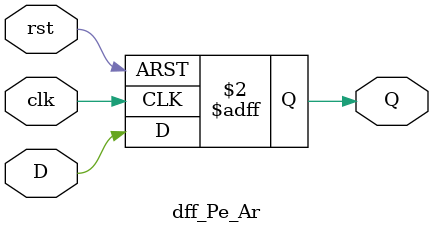
<source format=v>
module dff_Pe_Ar (Q,D,rst,clk);

input D, rst, clk;
output reg Q;

always @(posedge clk or posedge rst)
    if(rst)
            Q <= 1'b0;
    else
            Q <= D;

endmodule
</source>
